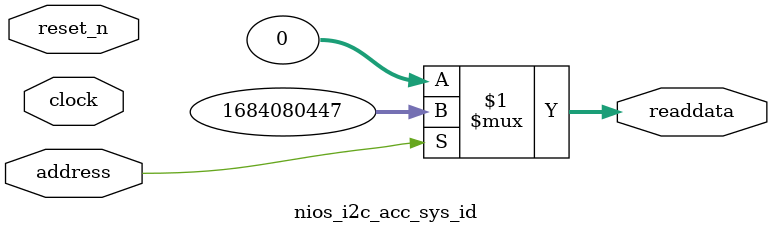
<source format=v>



// synthesis translate_off
`timescale 1ns / 1ps
// synthesis translate_on

// turn off superfluous verilog processor warnings 
// altera message_level Level1 
// altera message_off 10034 10035 10036 10037 10230 10240 10030 

module nios_i2c_acc_sys_id (
               // inputs:
                address,
                clock,
                reset_n,

               // outputs:
                readdata
             )
;

  output  [ 31: 0] readdata;
  input            address;
  input            clock;
  input            reset_n;

  wire    [ 31: 0] readdata;
  //control_slave, which is an e_avalon_slave
  assign readdata = address ? 1684080447 : 0;

endmodule



</source>
